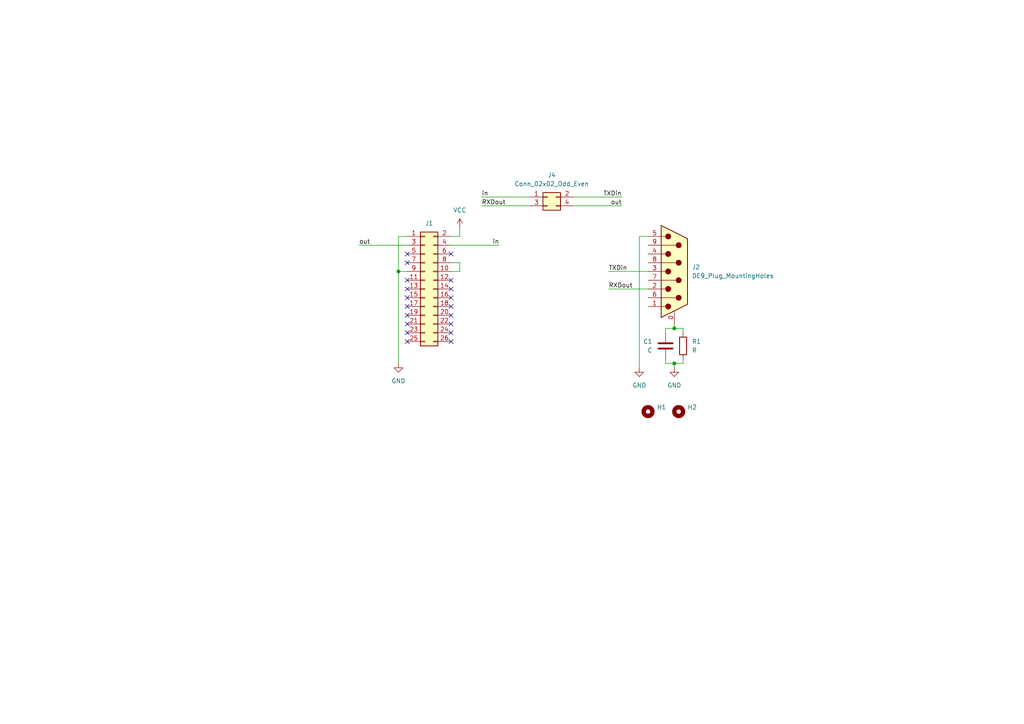
<source format=kicad_sch>
(kicad_sch (version 20230121) (generator eeschema)
  (paper "A4")
  (lib_symbols
    (symbol "Connector:DE9_Plug_MountingHoles" (pin_names (offset 1.016) hide)
      (property "Reference" "J" (at 0 16.51 0))
      (property "Value" "DE9_Plug_MountingHoles" (at 0 14.605 0))
      (symbol "DE9_Plug_MountingHoles_0_1"
        (circle (center -1.778 -10.16) (radius 0.762) (fill (type outline)))
        (circle (center -1.778 -5.08) (radius 0.762) (fill (type outline)))
        (circle (center -1.778 0) (radius 0.762) (fill (type outline)))
        (circle (center -1.778 5.08) (radius 0.762) (fill (type outline)))
        (circle (center -1.778 10.16) (radius 0.762) (fill (type outline)))
        (polyline (pts (xy -3.81 -10.16) (xy -2.54 -10.16)))
        (polyline (pts (xy -3.81 -7.62) (xy 0.508 -7.62)))
        (polyline (pts (xy -3.81 -5.08) (xy -2.54 -5.08)))
        (polyline (pts (xy -3.81 -2.54) (xy 0.508 -2.54)))
        (polyline (pts (xy -3.81 0) (xy -2.54 0)))
        (polyline (pts (xy -3.81 2.54) (xy 0.508 2.54)))
        (polyline (pts (xy -3.81 5.08) (xy -2.54 5.08)))
        (polyline (pts (xy -3.81 7.62) (xy 0.508 7.62)))
        (polyline (pts (xy -3.81 10.16) (xy -2.54 10.16)))
        (polyline (pts (xy -3.81 -13.335) (xy -3.81 13.335) (xy 3.81 9.525) (xy 3.81 -9.525) (xy -3.81 -13.335)) (stroke (width 0.254)) (fill (type background)))
        (circle (center 1.27 -7.62) (radius 0.762) (fill (type outline)))
        (circle (center 1.27 -2.54) (radius 0.762) (fill (type outline)))
        (circle (center 1.27 2.54) (radius 0.762) (fill (type outline)))
        (circle (center 1.27 7.62) (radius 0.762) (fill (type outline)))
      )
      (symbol "DE9_Plug_MountingHoles_1_1"
        (pin passive line (at 0 -15.24 90) (length 3.81) (name "PAD") (number "0"))
        (pin passive line (at -7.62 -10.16 0) (length 3.81) (name "1") (number "1"))
        (pin passive line (at -7.62 -5.08 0) (length 3.81) (name "2") (number "2"))
        (pin passive line (at -7.62 0 0) (length 3.81) (name "3") (number "3"))
        (pin passive line (at -7.62 5.08 0) (length 3.81) (name "4") (number "4"))
        (pin passive line (at -7.62 10.16 0) (length 3.81) (name "5") (number "5"))
        (pin passive line (at -7.62 -7.62 0) (length 3.81) (name "6") (number "6"))
        (pin passive line (at -7.62 -2.54 0) (length 3.81) (name "7") (number "7"))
        (pin passive line (at -7.62 2.54 0) (length 3.81) (name "8") (number "8"))
        (pin passive line (at -7.62 7.62 0) (length 3.81) (name "9") (number "9"))
      )
    )
    (symbol "Connector_Generic:Conn_02x02_Odd_Even" (pin_names (offset 1.016) hide)
      (property "Reference" "J" (at 1.27 2.54 0))
      (property "Value" "Conn_02x02_Odd_Even" (at 1.27 -5.08 0))
      (symbol "Conn_02x02_Odd_Even_1_1"
        (rectangle (start -1.27 -2.413) (end 0 -2.667) (stroke (width 0.1524)))
        (rectangle (start -1.27 0.127) (end 0 -0.127) (stroke (width 0.1524)))
        (rectangle (start -1.27 1.27) (end 3.81 -3.81) (stroke (width 0.254)) (fill (type background)))
        (rectangle (start 3.81 -2.413) (end 2.54 -2.667) (stroke (width 0.1524)))
        (rectangle (start 3.81 0.127) (end 2.54 -0.127) (stroke (width 0.1524)))
        (pin passive line (at -5.08 0 0) (length 3.81) (name "Pin_1") (number "1"))
        (pin passive line (at 7.62 0 180) (length 3.81) (name "Pin_2") (number "2"))
        (pin passive line (at -5.08 -2.54 0) (length 3.81) (name "Pin_3") (number "3"))
        (pin passive line (at 7.62 -2.54 180) (length 3.81) (name "Pin_4") (number "4"))
      )
    )
    (symbol "Connector_Generic:Conn_02x13_Odd_Even" (pin_names (offset 1.016) hide)
      (property "Reference" "J" (at 1.27 17.78 0))
      (property "Value" "Conn_02x13_Odd_Even" (at 1.27 -17.78 0))
      (symbol "Conn_02x13_Odd_Even_1_1"
        (rectangle (start -1.27 -15.113) (end 0 -15.367) (stroke (width 0.1524)))
        (rectangle (start -1.27 -12.573) (end 0 -12.827) (stroke (width 0.1524)))
        (rectangle (start -1.27 -10.033) (end 0 -10.287) (stroke (width 0.1524)))
        (rectangle (start -1.27 -7.493) (end 0 -7.747) (stroke (width 0.1524)))
        (rectangle (start -1.27 -4.953) (end 0 -5.207) (stroke (width 0.1524)))
        (rectangle (start -1.27 -2.413) (end 0 -2.667) (stroke (width 0.1524)))
        (rectangle (start -1.27 0.127) (end 0 -0.127) (stroke (width 0.1524)))
        (rectangle (start -1.27 2.667) (end 0 2.413) (stroke (width 0.1524)))
        (rectangle (start -1.27 5.207) (end 0 4.953) (stroke (width 0.1524)))
        (rectangle (start -1.27 7.747) (end 0 7.493) (stroke (width 0.1524)))
        (rectangle (start -1.27 10.287) (end 0 10.033) (stroke (width 0.1524)))
        (rectangle (start -1.27 12.827) (end 0 12.573) (stroke (width 0.1524)))
        (rectangle (start -1.27 15.367) (end 0 15.113) (stroke (width 0.1524)))
        (rectangle (start -1.27 16.51) (end 3.81 -16.51) (stroke (width 0.254)) (fill (type background)))
        (rectangle (start 3.81 -15.113) (end 2.54 -15.367) (stroke (width 0.1524)))
        (rectangle (start 3.81 -12.573) (end 2.54 -12.827) (stroke (width 0.1524)))
        (rectangle (start 3.81 -10.033) (end 2.54 -10.287) (stroke (width 0.1524)))
        (rectangle (start 3.81 -7.493) (end 2.54 -7.747) (stroke (width 0.1524)))
        (rectangle (start 3.81 -4.953) (end 2.54 -5.207) (stroke (width 0.1524)))
        (rectangle (start 3.81 -2.413) (end 2.54 -2.667) (stroke (width 0.1524)))
        (rectangle (start 3.81 0.127) (end 2.54 -0.127) (stroke (width 0.1524)))
        (rectangle (start 3.81 2.667) (end 2.54 2.413) (stroke (width 0.1524)))
        (rectangle (start 3.81 5.207) (end 2.54 4.953) (stroke (width 0.1524)))
        (rectangle (start 3.81 7.747) (end 2.54 7.493) (stroke (width 0.1524)))
        (rectangle (start 3.81 10.287) (end 2.54 10.033) (stroke (width 0.1524)))
        (rectangle (start 3.81 12.827) (end 2.54 12.573) (stroke (width 0.1524)))
        (rectangle (start 3.81 15.367) (end 2.54 15.113) (stroke (width 0.1524)))
        (pin passive line (at -5.08 15.24 0) (length 3.81) (name "Pin_1") (number "1"))
        (pin passive line (at 7.62 5.08 180) (length 3.81) (name "Pin_10") (number "10"))
        (pin passive line (at -5.08 2.54 0) (length 3.81) (name "Pin_11") (number "11"))
        (pin passive line (at 7.62 2.54 180) (length 3.81) (name "Pin_12") (number "12"))
        (pin passive line (at -5.08 0 0) (length 3.81) (name "Pin_13") (number "13"))
        (pin passive line (at 7.62 0 180) (length 3.81) (name "Pin_14") (number "14"))
        (pin passive line (at -5.08 -2.54 0) (length 3.81) (name "Pin_15") (number "15"))
        (pin passive line (at 7.62 -2.54 180) (length 3.81) (name "Pin_16") (number "16"))
        (pin passive line (at -5.08 -5.08 0) (length 3.81) (name "Pin_17") (number "17"))
        (pin passive line (at 7.62 -5.08 180) (length 3.81) (name "Pin_18") (number "18"))
        (pin passive line (at -5.08 -7.62 0) (length 3.81) (name "Pin_19") (number "19"))
        (pin passive line (at 7.62 15.24 180) (length 3.81) (name "Pin_2") (number "2"))
        (pin passive line (at 7.62 -7.62 180) (length 3.81) (name "Pin_20") (number "20"))
        (pin passive line (at -5.08 -10.16 0) (length 3.81) (name "Pin_21") (number "21"))
        (pin passive line (at 7.62 -10.16 180) (length 3.81) (name "Pin_22") (number "22"))
        (pin passive line (at -5.08 -12.7 0) (length 3.81) (name "Pin_23") (number "23"))
        (pin passive line (at 7.62 -12.7 180) (length 3.81) (name "Pin_24") (number "24"))
        (pin passive line (at -5.08 -15.24 0) (length 3.81) (name "Pin_25") (number "25"))
        (pin passive line (at 7.62 -15.24 180) (length 3.81) (name "Pin_26") (number "26"))
        (pin passive line (at -5.08 12.7 0) (length 3.81) (name "Pin_3") (number "3"))
        (pin passive line (at 7.62 12.7 180) (length 3.81) (name "Pin_4") (number "4"))
        (pin passive line (at -5.08 10.16 0) (length 3.81) (name "Pin_5") (number "5"))
        (pin passive line (at 7.62 10.16 180) (length 3.81) (name "Pin_6") (number "6"))
        (pin passive line (at -5.08 7.62 0) (length 3.81) (name "Pin_7") (number "7"))
        (pin passive line (at 7.62 7.62 180) (length 3.81) (name "Pin_8") (number "8"))
        (pin passive line (at -5.08 5.08 0) (length 3.81) (name "Pin_9") (number "9"))
      )
    )
    (symbol "Device:C" (pin_numbers hide) (pin_names (offset 0.254))
      (property "Reference" "C" (at 0.635 2.54 0))
      (property "Value" "C" (at 0.635 -2.54 0))
      (symbol "C_0_1"
        (polyline (pts (xy -2.032 -0.762) (xy 2.032 -0.762)) (stroke (width 0.508)))
        (polyline (pts (xy -2.032 0.762) (xy 2.032 0.762)) (stroke (width 0.508)))
      )
      (symbol "C_1_1"
        (pin passive line (at 0 3.81 270) (length 2.794) (name "~") (number "1"))
        (pin passive line (at 0 -3.81 90) (length 2.794) (name "~") (number "2"))
      )
    )
    (symbol "Device:R" (pin_numbers hide) (pin_names (offset 0))
      (property "Reference" "R" (at 2.032 0 90))
      (property "Value" "R" (at 0 0 90))
      (symbol "R_0_1"
        (rectangle (start -1.016 -2.54) (end 1.016 2.54) (stroke (width 0.254)))
      )
      (symbol "R_1_1"
        (pin passive line (at 0 3.81 270) (length 1.27) (name "~") (number "1"))
        (pin passive line (at 0 -3.81 90) (length 1.27) (name "~") (number "2"))
      )
    )
    (symbol "Mechanical:MountingHole" (pin_names (offset 1.016))
      (property "Reference" "H" (at 0 5.08 0))
      (property "Value" "MountingHole" (at 0 3.175 0))
      (symbol "MountingHole_0_1"
        (circle (center 0 0) (radius 1.27) (stroke (width 1.27)))
      )
    )
    (symbol "power:GND" (power) (pin_names (offset 0))
      (property "Value" "GND" (at 0 -3.81 0))
      (symbol "GND_0_1"
        (polyline (pts (xy 0 0) (xy 0 -1.27) (xy 1.27 -1.27) (xy 0 -2.54) (xy -1.27 -1.27) (xy 0 -1.27)))
      )
      (symbol "GND_1_1"
        (pin power_in line (at 0 0 270) (length 0) hide (name "GND") (number "1"))
      )
    )
    (symbol "power:VCC" (power) (pin_names (offset 0))
      (property "Value" "VCC" (at 0 3.81 0))
      (symbol "VCC_0_1"
        (polyline (pts (xy -0.762 1.27) (xy 0 2.54)))
        (polyline (pts (xy 0 0) (xy 0 2.54)))
        (polyline (pts (xy 0 2.54) (xy 0.762 1.27)))
      )
      (symbol "VCC_1_1"
        (pin power_in line (at 0 0 90) (length 0) hide (name "VCC") (number "1"))
      )
    )
  )
  (junction (at 195.58 95.25))
  (junction (at 115.57 78.74))
  (junction (at 195.58 105.41))
  (no_connect (at 118.11 81.28))
  (no_connect (at 118.11 86.36))
  (no_connect (at 118.11 99.06))
  (no_connect (at 130.81 99.06))
  (no_connect (at 130.81 86.36))
  (no_connect (at 130.81 73.66))
  (no_connect (at 130.81 83.82))
  (no_connect (at 130.81 81.28))
  (no_connect (at 118.11 73.66))
  (no_connect (at 130.81 91.44))
  (no_connect (at 130.81 96.52))
  (no_connect (at 118.11 76.2))
  (no_connect (at 118.11 83.82))
  (no_connect (at 118.11 93.98))
  (no_connect (at 118.11 96.52))
  (no_connect (at 118.11 91.44))
  (no_connect (at 130.81 93.98))
  (no_connect (at 118.11 88.9))
  (no_connect (at 130.81 88.9))
  (wire (pts (xy 198.12 95.25) (xy 198.12 96.52)))
  (wire (pts (xy 176.53 78.74) (xy 187.96 78.74)))
  (wire (pts (xy 133.35 68.58) (xy 133.35 66.04)))
  (wire (pts (xy 198.12 104.14) (xy 198.12 105.41)))
  (wire (pts (xy 193.04 105.41) (xy 195.58 105.41)))
  (wire (pts (xy 115.57 68.58) (xy 115.57 78.74)))
  (wire (pts (xy 115.57 78.74) (xy 118.11 78.74)))
  (wire (pts (xy 185.42 68.58) (xy 185.42 106.68)))
  (wire (pts (xy 195.58 95.25) (xy 198.12 95.25)))
  (wire (pts (xy 193.04 104.14) (xy 193.04 105.41)))
  (wire (pts (xy 133.35 76.2) (xy 133.35 78.74)))
  (wire (pts (xy 195.58 105.41) (xy 198.12 105.41)))
  (wire (pts (xy 130.81 76.2) (xy 133.35 76.2)))
  (wire (pts (xy 139.7 57.15) (xy 153.67 57.15)))
  (wire (pts (xy 193.04 96.52) (xy 193.04 95.25)))
  (wire (pts (xy 176.53 83.82) (xy 187.96 83.82)))
  (wire (pts (xy 130.81 71.12) (xy 144.78 71.12)))
  (wire (pts (xy 104.14 71.12) (xy 118.11 71.12)))
  (wire (pts (xy 166.37 57.15) (xy 180.34 57.15)))
  (wire (pts (xy 193.04 95.25) (xy 195.58 95.25)))
  (wire (pts (xy 139.7 59.69) (xy 153.67 59.69)))
  (wire (pts (xy 118.11 68.58) (xy 115.57 68.58)))
  (wire (pts (xy 166.37 59.69) (xy 180.34 59.69)))
  (wire (pts (xy 195.58 105.41) (xy 195.58 106.68)))
  (wire (pts (xy 130.81 68.58) (xy 133.35 68.58)))
  (wire (pts (xy 130.81 78.74) (xy 133.35 78.74)))
  (wire (pts (xy 187.96 68.58) (xy 185.42 68.58)))
  (wire (pts (xy 115.57 78.74) (xy 115.57 105.41)))
  (wire (pts (xy 195.58 93.98) (xy 195.58 95.25)))
  (label "TXDin" (at 180.34 57.15 180))
  (label "out" (at 180.34 59.69 180))
  (label "in" (at 139.7 57.15 0))
  (label "TXDin" (at 176.53 78.74 0))
  (label "out" (at 104.14 71.12 0))
  (label "RXDout" (at 176.53 83.82 0))
  (label "RXDout" (at 139.7 59.69 0))
  (label "in" (at 144.78 71.12 180))
  (symbol (lib_id "Device:C") (at 193.04 100.33 0) (unit 1)
    (property "Reference" "C1" (at 189.23 99.06 0) (effects (justify right)))
    (property "Value" "C" (at 189.23 101.6 0) (effects (justify right)))
    (property "Footprint" "Capacitor_SMD:C_1812_4532Metric" (effects hide))
  )
  (symbol (lib_id "power:VCC") (at 133.35 66.04 0) (unit 1)
    (property "Reference" "#PWR02" (effects hide))
    (property "Value" "VCC" (at 133.35 60.96 0))
  )
  (symbol (lib_id "power:GND") (at 195.58 106.68 0) (unit 1)
    (property "Reference" "#PWR04" (effects hide))
    (property "Value" "GND" (at 195.58 111.76 0))
  )
  (symbol (lib_id "Connector_Generic:Conn_02x13_Odd_Even") (at 123.19 83.82 0) (unit 1)
    (property "Reference" "J1" (at 124.46 64.77 0))
    (property "Value" "Conn_02x13_Odd_Even" (effects hide))
    (property "Footprint" "finger:02x13" (effects hide))
  )
  (symbol (lib_id "Mechanical:MountingHole") (at 187.96 119.38 0) (unit 1)
    (property "Reference" "H1" (at 190.5 118.11 0) (effects (justify left)))
    (property "Value" "MountingHole" (effects hide))
    (property "Footprint" "MountingHole:MountingHole_2.7mm_M2.5" (effects hide))
  )
  (symbol (lib_id "Device:R") (at 198.12 100.33 0) (unit 1)
    (property "Reference" "R1" (at 200.66 99.06 0) (effects (justify left)))
    (property "Value" "R" (at 200.66 101.6 0) (effects (justify left)))
    (property "Footprint" "Resistor_SMD:R_1812_4532Metric" (effects hide))
  )
  (symbol (lib_id "power:GND") (at 185.42 106.68 0) (unit 1)
    (property "Reference" "#PWR03" (effects hide))
    (property "Value" "GND" (at 185.42 111.76 0))
  )
  (symbol (lib_id "power:GND") (at 115.57 105.41 0) (unit 1)
    (property "Reference" "#PWR01" (effects hide))
    (property "Value" "GND" (at 115.57 110.49 0))
  )
  (symbol (lib_id "Connector_Generic:Conn_02x02_Odd_Even") (at 158.75 57.15 0) (unit 1)
    (property "Reference" "J4" (at 160.02 50.8 0))
    (property "Value" "Conn_02x02_Odd_Even" (at 160.02 53.34 0))
    (property "Footprint" "Connector_PinHeader_2.54mm:PinHeader_2x02_P2.54mm_Vertical" (effects hide))
  )
  (symbol (lib_id "Connector:DE9_Plug_MountingHoles") (at 195.58 78.74 0) (unit 1)
    (property "Reference" "J2" (at 200.66 77.47 0) (effects (justify left)))
    (property "Value" "DE9_Plug_MountingHoles" (at 200.66 80.01 0) (effects (justify left)))
    (property "Footprint" "Connector_Dsub:DSUB-9_Female_Horizontal_P2.77x2.84mm_EdgePinOffset4.94mm_Housed_MountingHolesOffset7.48mm" (effects hide))
    (property "Datasheet" " ~" (effects hide))
  )
  (symbol (lib_id "Mechanical:MountingHole") (at 196.85 119.38 0) (unit 1)
    (property "Reference" "H2" (at 199.39 118.11 0) (effects (justify left)))
    (property "Value" "MountingHole" (effects hide))
    (property "Footprint" "MountingHole:MountingHole_2.7mm_M2.5" (effects hide))
  )
)
</source>
